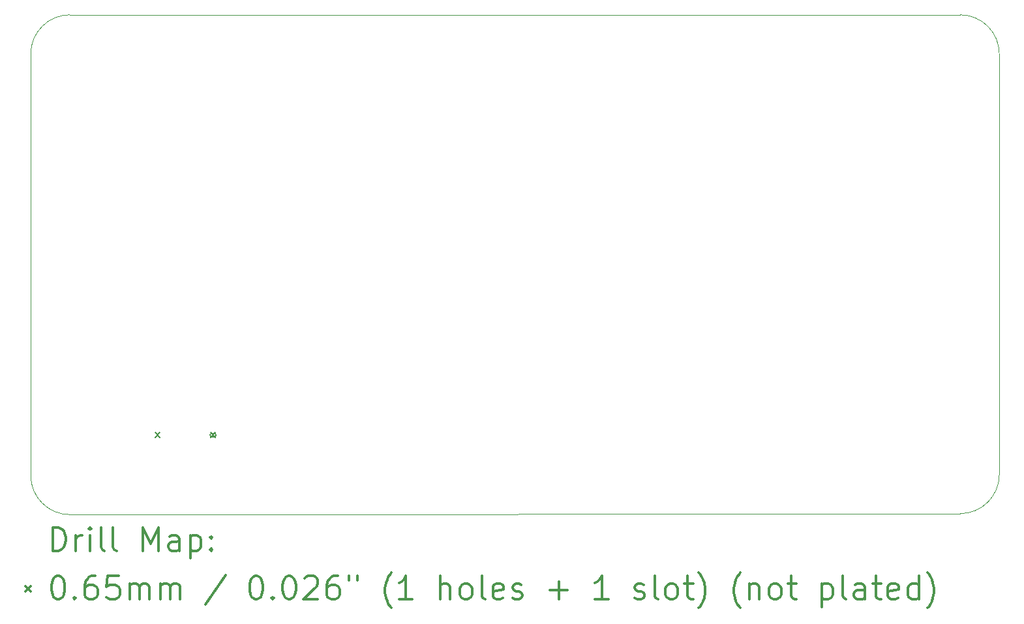
<source format=gbr>
%FSLAX45Y45*%
G04 Gerber Fmt 4.5, Leading zero omitted, Abs format (unit mm)*
G04 Created by KiCad (PCBNEW (5.1.9)-1) date 2021-03-02 01:46:53*
%MOMM*%
%LPD*%
G01*
G04 APERTURE LIST*
%TA.AperFunction,Profile*%
%ADD10C,0.050000*%
%TD*%
%ADD11C,0.200000*%
%ADD12C,0.300000*%
G04 APERTURE END LIST*
D10*
X12319000Y-5334000D02*
X762000Y-5346700D01*
X12827000Y635000D02*
X12827000Y-4826000D01*
X762000Y1143000D02*
X12319000Y1143000D01*
X254000Y-4838700D02*
X254000Y635000D01*
X12319000Y1143000D02*
G75*
G02*
X12827000Y635000I0J-508000D01*
G01*
X254000Y635000D02*
G75*
G02*
X762000Y1143000I508000J0D01*
G01*
X762000Y-5346700D02*
G75*
G02*
X254000Y-4838700I0J508000D01*
G01*
X12827000Y-4826000D02*
G75*
G02*
X12319000Y-5334000I-508000J0D01*
G01*
D11*
X1868100Y-4281300D02*
X1933100Y-4346300D01*
X1933100Y-4281300D02*
X1868100Y-4346300D01*
X2588100Y-4281300D02*
X2653100Y-4346300D01*
X2653100Y-4281300D02*
X2588100Y-4346300D01*
X2605600Y-4336300D02*
X2635600Y-4336300D01*
X2605600Y-4291300D02*
X2635600Y-4291300D01*
X2635600Y-4336300D02*
G75*
G03*
X2635600Y-4291300I0J22500D01*
G01*
X2605600Y-4291300D02*
G75*
G03*
X2605600Y-4336300I0J-22500D01*
G01*
D12*
X537928Y-5814914D02*
X537928Y-5514914D01*
X609357Y-5514914D01*
X652214Y-5529200D01*
X680786Y-5557772D01*
X695071Y-5586343D01*
X709357Y-5643486D01*
X709357Y-5686343D01*
X695071Y-5743486D01*
X680786Y-5772057D01*
X652214Y-5800629D01*
X609357Y-5814914D01*
X537928Y-5814914D01*
X837928Y-5814914D02*
X837928Y-5614914D01*
X837928Y-5672057D02*
X852214Y-5643486D01*
X866500Y-5629200D01*
X895071Y-5614914D01*
X923643Y-5614914D01*
X1023643Y-5814914D02*
X1023643Y-5614914D01*
X1023643Y-5514914D02*
X1009357Y-5529200D01*
X1023643Y-5543486D01*
X1037928Y-5529200D01*
X1023643Y-5514914D01*
X1023643Y-5543486D01*
X1209357Y-5814914D02*
X1180786Y-5800629D01*
X1166500Y-5772057D01*
X1166500Y-5514914D01*
X1366500Y-5814914D02*
X1337928Y-5800629D01*
X1323643Y-5772057D01*
X1323643Y-5514914D01*
X1709357Y-5814914D02*
X1709357Y-5514914D01*
X1809357Y-5729200D01*
X1909357Y-5514914D01*
X1909357Y-5814914D01*
X2180786Y-5814914D02*
X2180786Y-5657771D01*
X2166500Y-5629200D01*
X2137928Y-5614914D01*
X2080786Y-5614914D01*
X2052214Y-5629200D01*
X2180786Y-5800629D02*
X2152214Y-5814914D01*
X2080786Y-5814914D01*
X2052214Y-5800629D01*
X2037928Y-5772057D01*
X2037928Y-5743486D01*
X2052214Y-5714914D01*
X2080786Y-5700629D01*
X2152214Y-5700629D01*
X2180786Y-5686343D01*
X2323643Y-5614914D02*
X2323643Y-5914914D01*
X2323643Y-5629200D02*
X2352214Y-5614914D01*
X2409357Y-5614914D01*
X2437928Y-5629200D01*
X2452214Y-5643486D01*
X2466500Y-5672057D01*
X2466500Y-5757771D01*
X2452214Y-5786343D01*
X2437928Y-5800629D01*
X2409357Y-5814914D01*
X2352214Y-5814914D01*
X2323643Y-5800629D01*
X2595071Y-5786343D02*
X2609357Y-5800629D01*
X2595071Y-5814914D01*
X2580786Y-5800629D01*
X2595071Y-5786343D01*
X2595071Y-5814914D01*
X2595071Y-5629200D02*
X2609357Y-5643486D01*
X2595071Y-5657771D01*
X2580786Y-5643486D01*
X2595071Y-5629200D01*
X2595071Y-5657771D01*
X186500Y-6276700D02*
X251500Y-6341700D01*
X251500Y-6276700D02*
X186500Y-6341700D01*
X595071Y-6144914D02*
X623643Y-6144914D01*
X652214Y-6159200D01*
X666500Y-6173486D01*
X680786Y-6202057D01*
X695071Y-6259200D01*
X695071Y-6330629D01*
X680786Y-6387771D01*
X666500Y-6416343D01*
X652214Y-6430629D01*
X623643Y-6444914D01*
X595071Y-6444914D01*
X566500Y-6430629D01*
X552214Y-6416343D01*
X537928Y-6387771D01*
X523643Y-6330629D01*
X523643Y-6259200D01*
X537928Y-6202057D01*
X552214Y-6173486D01*
X566500Y-6159200D01*
X595071Y-6144914D01*
X823643Y-6416343D02*
X837928Y-6430629D01*
X823643Y-6444914D01*
X809357Y-6430629D01*
X823643Y-6416343D01*
X823643Y-6444914D01*
X1095071Y-6144914D02*
X1037928Y-6144914D01*
X1009357Y-6159200D01*
X995071Y-6173486D01*
X966500Y-6216343D01*
X952214Y-6273486D01*
X952214Y-6387771D01*
X966500Y-6416343D01*
X980786Y-6430629D01*
X1009357Y-6444914D01*
X1066500Y-6444914D01*
X1095071Y-6430629D01*
X1109357Y-6416343D01*
X1123643Y-6387771D01*
X1123643Y-6316343D01*
X1109357Y-6287771D01*
X1095071Y-6273486D01*
X1066500Y-6259200D01*
X1009357Y-6259200D01*
X980786Y-6273486D01*
X966500Y-6287771D01*
X952214Y-6316343D01*
X1395071Y-6144914D02*
X1252214Y-6144914D01*
X1237928Y-6287771D01*
X1252214Y-6273486D01*
X1280786Y-6259200D01*
X1352214Y-6259200D01*
X1380786Y-6273486D01*
X1395071Y-6287771D01*
X1409357Y-6316343D01*
X1409357Y-6387771D01*
X1395071Y-6416343D01*
X1380786Y-6430629D01*
X1352214Y-6444914D01*
X1280786Y-6444914D01*
X1252214Y-6430629D01*
X1237928Y-6416343D01*
X1537928Y-6444914D02*
X1537928Y-6244914D01*
X1537928Y-6273486D02*
X1552214Y-6259200D01*
X1580786Y-6244914D01*
X1623643Y-6244914D01*
X1652214Y-6259200D01*
X1666500Y-6287771D01*
X1666500Y-6444914D01*
X1666500Y-6287771D02*
X1680786Y-6259200D01*
X1709357Y-6244914D01*
X1752214Y-6244914D01*
X1780786Y-6259200D01*
X1795071Y-6287771D01*
X1795071Y-6444914D01*
X1937928Y-6444914D02*
X1937928Y-6244914D01*
X1937928Y-6273486D02*
X1952214Y-6259200D01*
X1980786Y-6244914D01*
X2023643Y-6244914D01*
X2052214Y-6259200D01*
X2066500Y-6287771D01*
X2066500Y-6444914D01*
X2066500Y-6287771D02*
X2080786Y-6259200D01*
X2109357Y-6244914D01*
X2152214Y-6244914D01*
X2180786Y-6259200D01*
X2195071Y-6287771D01*
X2195071Y-6444914D01*
X2780786Y-6130629D02*
X2523643Y-6516343D01*
X3166500Y-6144914D02*
X3195071Y-6144914D01*
X3223643Y-6159200D01*
X3237928Y-6173486D01*
X3252214Y-6202057D01*
X3266500Y-6259200D01*
X3266500Y-6330629D01*
X3252214Y-6387771D01*
X3237928Y-6416343D01*
X3223643Y-6430629D01*
X3195071Y-6444914D01*
X3166500Y-6444914D01*
X3137928Y-6430629D01*
X3123643Y-6416343D01*
X3109357Y-6387771D01*
X3095071Y-6330629D01*
X3095071Y-6259200D01*
X3109357Y-6202057D01*
X3123643Y-6173486D01*
X3137928Y-6159200D01*
X3166500Y-6144914D01*
X3395071Y-6416343D02*
X3409357Y-6430629D01*
X3395071Y-6444914D01*
X3380786Y-6430629D01*
X3395071Y-6416343D01*
X3395071Y-6444914D01*
X3595071Y-6144914D02*
X3623643Y-6144914D01*
X3652214Y-6159200D01*
X3666500Y-6173486D01*
X3680786Y-6202057D01*
X3695071Y-6259200D01*
X3695071Y-6330629D01*
X3680786Y-6387771D01*
X3666500Y-6416343D01*
X3652214Y-6430629D01*
X3623643Y-6444914D01*
X3595071Y-6444914D01*
X3566500Y-6430629D01*
X3552214Y-6416343D01*
X3537928Y-6387771D01*
X3523643Y-6330629D01*
X3523643Y-6259200D01*
X3537928Y-6202057D01*
X3552214Y-6173486D01*
X3566500Y-6159200D01*
X3595071Y-6144914D01*
X3809357Y-6173486D02*
X3823643Y-6159200D01*
X3852214Y-6144914D01*
X3923643Y-6144914D01*
X3952214Y-6159200D01*
X3966500Y-6173486D01*
X3980786Y-6202057D01*
X3980786Y-6230629D01*
X3966500Y-6273486D01*
X3795071Y-6444914D01*
X3980786Y-6444914D01*
X4237928Y-6144914D02*
X4180786Y-6144914D01*
X4152214Y-6159200D01*
X4137928Y-6173486D01*
X4109357Y-6216343D01*
X4095071Y-6273486D01*
X4095071Y-6387771D01*
X4109357Y-6416343D01*
X4123643Y-6430629D01*
X4152214Y-6444914D01*
X4209357Y-6444914D01*
X4237928Y-6430629D01*
X4252214Y-6416343D01*
X4266500Y-6387771D01*
X4266500Y-6316343D01*
X4252214Y-6287771D01*
X4237928Y-6273486D01*
X4209357Y-6259200D01*
X4152214Y-6259200D01*
X4123643Y-6273486D01*
X4109357Y-6287771D01*
X4095071Y-6316343D01*
X4380786Y-6144914D02*
X4380786Y-6202057D01*
X4495071Y-6144914D02*
X4495071Y-6202057D01*
X4937928Y-6559200D02*
X4923643Y-6544914D01*
X4895071Y-6502057D01*
X4880786Y-6473486D01*
X4866500Y-6430629D01*
X4852214Y-6359200D01*
X4852214Y-6302057D01*
X4866500Y-6230629D01*
X4880786Y-6187771D01*
X4895071Y-6159200D01*
X4923643Y-6116343D01*
X4937928Y-6102057D01*
X5209357Y-6444914D02*
X5037928Y-6444914D01*
X5123643Y-6444914D02*
X5123643Y-6144914D01*
X5095071Y-6187771D01*
X5066500Y-6216343D01*
X5037928Y-6230629D01*
X5566500Y-6444914D02*
X5566500Y-6144914D01*
X5695071Y-6444914D02*
X5695071Y-6287771D01*
X5680786Y-6259200D01*
X5652214Y-6244914D01*
X5609357Y-6244914D01*
X5580786Y-6259200D01*
X5566500Y-6273486D01*
X5880786Y-6444914D02*
X5852214Y-6430629D01*
X5837928Y-6416343D01*
X5823643Y-6387771D01*
X5823643Y-6302057D01*
X5837928Y-6273486D01*
X5852214Y-6259200D01*
X5880786Y-6244914D01*
X5923643Y-6244914D01*
X5952214Y-6259200D01*
X5966500Y-6273486D01*
X5980786Y-6302057D01*
X5980786Y-6387771D01*
X5966500Y-6416343D01*
X5952214Y-6430629D01*
X5923643Y-6444914D01*
X5880786Y-6444914D01*
X6152214Y-6444914D02*
X6123643Y-6430629D01*
X6109357Y-6402057D01*
X6109357Y-6144914D01*
X6380786Y-6430629D02*
X6352214Y-6444914D01*
X6295071Y-6444914D01*
X6266500Y-6430629D01*
X6252214Y-6402057D01*
X6252214Y-6287771D01*
X6266500Y-6259200D01*
X6295071Y-6244914D01*
X6352214Y-6244914D01*
X6380786Y-6259200D01*
X6395071Y-6287771D01*
X6395071Y-6316343D01*
X6252214Y-6344914D01*
X6509357Y-6430629D02*
X6537928Y-6444914D01*
X6595071Y-6444914D01*
X6623643Y-6430629D01*
X6637928Y-6402057D01*
X6637928Y-6387771D01*
X6623643Y-6359200D01*
X6595071Y-6344914D01*
X6552214Y-6344914D01*
X6523643Y-6330629D01*
X6509357Y-6302057D01*
X6509357Y-6287771D01*
X6523643Y-6259200D01*
X6552214Y-6244914D01*
X6595071Y-6244914D01*
X6623643Y-6259200D01*
X6995071Y-6330629D02*
X7223643Y-6330629D01*
X7109357Y-6444914D02*
X7109357Y-6216343D01*
X7752214Y-6444914D02*
X7580786Y-6444914D01*
X7666500Y-6444914D02*
X7666500Y-6144914D01*
X7637928Y-6187771D01*
X7609357Y-6216343D01*
X7580786Y-6230629D01*
X8095071Y-6430629D02*
X8123643Y-6444914D01*
X8180786Y-6444914D01*
X8209357Y-6430629D01*
X8223643Y-6402057D01*
X8223643Y-6387771D01*
X8209357Y-6359200D01*
X8180786Y-6344914D01*
X8137928Y-6344914D01*
X8109357Y-6330629D01*
X8095071Y-6302057D01*
X8095071Y-6287771D01*
X8109357Y-6259200D01*
X8137928Y-6244914D01*
X8180786Y-6244914D01*
X8209357Y-6259200D01*
X8395071Y-6444914D02*
X8366500Y-6430629D01*
X8352214Y-6402057D01*
X8352214Y-6144914D01*
X8552214Y-6444914D02*
X8523643Y-6430629D01*
X8509357Y-6416343D01*
X8495071Y-6387771D01*
X8495071Y-6302057D01*
X8509357Y-6273486D01*
X8523643Y-6259200D01*
X8552214Y-6244914D01*
X8595071Y-6244914D01*
X8623643Y-6259200D01*
X8637928Y-6273486D01*
X8652214Y-6302057D01*
X8652214Y-6387771D01*
X8637928Y-6416343D01*
X8623643Y-6430629D01*
X8595071Y-6444914D01*
X8552214Y-6444914D01*
X8737928Y-6244914D02*
X8852214Y-6244914D01*
X8780786Y-6144914D02*
X8780786Y-6402057D01*
X8795071Y-6430629D01*
X8823643Y-6444914D01*
X8852214Y-6444914D01*
X8923643Y-6559200D02*
X8937928Y-6544914D01*
X8966500Y-6502057D01*
X8980786Y-6473486D01*
X8995071Y-6430629D01*
X9009357Y-6359200D01*
X9009357Y-6302057D01*
X8995071Y-6230629D01*
X8980786Y-6187771D01*
X8966500Y-6159200D01*
X8937928Y-6116343D01*
X8923643Y-6102057D01*
X9466500Y-6559200D02*
X9452214Y-6544914D01*
X9423643Y-6502057D01*
X9409357Y-6473486D01*
X9395071Y-6430629D01*
X9380786Y-6359200D01*
X9380786Y-6302057D01*
X9395071Y-6230629D01*
X9409357Y-6187771D01*
X9423643Y-6159200D01*
X9452214Y-6116343D01*
X9466500Y-6102057D01*
X9580786Y-6244914D02*
X9580786Y-6444914D01*
X9580786Y-6273486D02*
X9595071Y-6259200D01*
X9623643Y-6244914D01*
X9666500Y-6244914D01*
X9695071Y-6259200D01*
X9709357Y-6287771D01*
X9709357Y-6444914D01*
X9895071Y-6444914D02*
X9866500Y-6430629D01*
X9852214Y-6416343D01*
X9837928Y-6387771D01*
X9837928Y-6302057D01*
X9852214Y-6273486D01*
X9866500Y-6259200D01*
X9895071Y-6244914D01*
X9937928Y-6244914D01*
X9966500Y-6259200D01*
X9980786Y-6273486D01*
X9995071Y-6302057D01*
X9995071Y-6387771D01*
X9980786Y-6416343D01*
X9966500Y-6430629D01*
X9937928Y-6444914D01*
X9895071Y-6444914D01*
X10080786Y-6244914D02*
X10195071Y-6244914D01*
X10123643Y-6144914D02*
X10123643Y-6402057D01*
X10137928Y-6430629D01*
X10166500Y-6444914D01*
X10195071Y-6444914D01*
X10523643Y-6244914D02*
X10523643Y-6544914D01*
X10523643Y-6259200D02*
X10552214Y-6244914D01*
X10609357Y-6244914D01*
X10637928Y-6259200D01*
X10652214Y-6273486D01*
X10666500Y-6302057D01*
X10666500Y-6387771D01*
X10652214Y-6416343D01*
X10637928Y-6430629D01*
X10609357Y-6444914D01*
X10552214Y-6444914D01*
X10523643Y-6430629D01*
X10837928Y-6444914D02*
X10809357Y-6430629D01*
X10795071Y-6402057D01*
X10795071Y-6144914D01*
X11080786Y-6444914D02*
X11080786Y-6287771D01*
X11066500Y-6259200D01*
X11037928Y-6244914D01*
X10980786Y-6244914D01*
X10952214Y-6259200D01*
X11080786Y-6430629D02*
X11052214Y-6444914D01*
X10980786Y-6444914D01*
X10952214Y-6430629D01*
X10937928Y-6402057D01*
X10937928Y-6373486D01*
X10952214Y-6344914D01*
X10980786Y-6330629D01*
X11052214Y-6330629D01*
X11080786Y-6316343D01*
X11180786Y-6244914D02*
X11295071Y-6244914D01*
X11223643Y-6144914D02*
X11223643Y-6402057D01*
X11237928Y-6430629D01*
X11266500Y-6444914D01*
X11295071Y-6444914D01*
X11509357Y-6430629D02*
X11480786Y-6444914D01*
X11423643Y-6444914D01*
X11395071Y-6430629D01*
X11380786Y-6402057D01*
X11380786Y-6287771D01*
X11395071Y-6259200D01*
X11423643Y-6244914D01*
X11480786Y-6244914D01*
X11509357Y-6259200D01*
X11523643Y-6287771D01*
X11523643Y-6316343D01*
X11380786Y-6344914D01*
X11780786Y-6444914D02*
X11780786Y-6144914D01*
X11780786Y-6430629D02*
X11752214Y-6444914D01*
X11695071Y-6444914D01*
X11666500Y-6430629D01*
X11652214Y-6416343D01*
X11637928Y-6387771D01*
X11637928Y-6302057D01*
X11652214Y-6273486D01*
X11666500Y-6259200D01*
X11695071Y-6244914D01*
X11752214Y-6244914D01*
X11780786Y-6259200D01*
X11895071Y-6559200D02*
X11909357Y-6544914D01*
X11937928Y-6502057D01*
X11952214Y-6473486D01*
X11966500Y-6430629D01*
X11980786Y-6359200D01*
X11980786Y-6302057D01*
X11966500Y-6230629D01*
X11952214Y-6187771D01*
X11937928Y-6159200D01*
X11909357Y-6116343D01*
X11895071Y-6102057D01*
M02*

</source>
